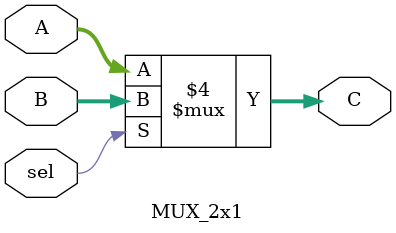
<source format=v>
module MUX_2x1(
input   wire    [31:0]      A,
input   wire    [31:0]      B,
input   wire               sel,
output  reg     [31:0]      C
);


always@(*)
	begin
		if (!sel)
			begin
				C = A;
			end
		else
			begin
				C = B ;
			end
	end
endmodule
</source>
